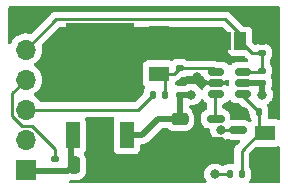
<source format=gbr>
%TF.GenerationSoftware,KiCad,Pcbnew,6.0.11+dfsg-1~bpo11+1*%
%TF.CreationDate,2023-05-03T19:13:37+00:00*%
%TF.ProjectId,huibike,68756962-696b-4652-9e6b-696361645f70,rev?*%
%TF.SameCoordinates,Original*%
%TF.FileFunction,Copper,L1,Top*%
%TF.FilePolarity,Positive*%
%FSLAX46Y46*%
G04 Gerber Fmt 4.6, Leading zero omitted, Abs format (unit mm)*
G04 Created by KiCad (PCBNEW 6.0.11+dfsg-1~bpo11+1) date 2023-05-03 19:13:37*
%MOMM*%
%LPD*%
G01*
G04 APERTURE LIST*
G04 Aperture macros list*
%AMRoundRect*
0 Rectangle with rounded corners*
0 $1 Rounding radius*
0 $2 $3 $4 $5 $6 $7 $8 $9 X,Y pos of 4 corners*
0 Add a 4 corners polygon primitive as box body*
4,1,4,$2,$3,$4,$5,$6,$7,$8,$9,$2,$3,0*
0 Add four circle primitives for the rounded corners*
1,1,$1+$1,$2,$3*
1,1,$1+$1,$4,$5*
1,1,$1+$1,$6,$7*
1,1,$1+$1,$8,$9*
0 Add four rect primitives between the rounded corners*
20,1,$1+$1,$2,$3,$4,$5,0*
20,1,$1+$1,$4,$5,$6,$7,0*
20,1,$1+$1,$6,$7,$8,$9,0*
20,1,$1+$1,$8,$9,$2,$3,0*%
G04 Aperture macros list end*
%TA.AperFunction,SMDPad,CuDef*%
%ADD10RoundRect,0.140000X0.170000X-0.140000X0.170000X0.140000X-0.170000X0.140000X-0.170000X-0.140000X0*%
%TD*%
%TA.AperFunction,SMDPad,CuDef*%
%ADD11RoundRect,0.150000X-0.587500X-0.150000X0.587500X-0.150000X0.587500X0.150000X-0.587500X0.150000X0*%
%TD*%
%TA.AperFunction,SMDPad,CuDef*%
%ADD12R,1.000000X1.500000*%
%TD*%
%TA.AperFunction,SMDPad,CuDef*%
%ADD13RoundRect,0.250000X-0.250000X-0.475000X0.250000X-0.475000X0.250000X0.475000X-0.250000X0.475000X0*%
%TD*%
%TA.AperFunction,SMDPad,CuDef*%
%ADD14RoundRect,0.135000X-0.135000X-0.185000X0.135000X-0.185000X0.135000X0.185000X-0.135000X0.185000X0*%
%TD*%
%TA.AperFunction,ComponentPad*%
%ADD15R,1.700000X1.700000*%
%TD*%
%TA.AperFunction,ComponentPad*%
%ADD16O,1.700000X1.700000*%
%TD*%
%TA.AperFunction,SMDPad,CuDef*%
%ADD17RoundRect,0.135000X0.185000X-0.135000X0.185000X0.135000X-0.185000X0.135000X-0.185000X-0.135000X0*%
%TD*%
%TA.AperFunction,SMDPad,CuDef*%
%ADD18R,1.700000X1.300000*%
%TD*%
%TA.AperFunction,SMDPad,CuDef*%
%ADD19R,1.200000X2.200000*%
%TD*%
%TA.AperFunction,SMDPad,CuDef*%
%ADD20R,5.800000X6.400000*%
%TD*%
%TA.AperFunction,SMDPad,CuDef*%
%ADD21RoundRect,0.150000X-0.512500X-0.150000X0.512500X-0.150000X0.512500X0.150000X-0.512500X0.150000X0*%
%TD*%
%TA.AperFunction,SMDPad,CuDef*%
%ADD22RoundRect,0.250000X-0.475000X0.250000X-0.475000X-0.250000X0.475000X-0.250000X0.475000X0.250000X0*%
%TD*%
%TA.AperFunction,ViaPad*%
%ADD23C,0.800000*%
%TD*%
%TA.AperFunction,Conductor*%
%ADD24C,0.500000*%
%TD*%
%TA.AperFunction,Conductor*%
%ADD25C,0.250000*%
%TD*%
G04 APERTURE END LIST*
D10*
%TO.P,C104,1*%
%TO.N,/~{RST}*%
X104000000Y-54480000D03*
%TO.P,C104,2*%
%TO.N,GND*%
X104000000Y-53520000D03*
%TD*%
D11*
%TO.P,Q101,1,B*%
%TO.N,/TACHO_OUT*%
X100062500Y-60050000D03*
%TO.P,Q101,2,E*%
%TO.N,GND*%
X100062500Y-61950000D03*
%TO.P,Q101,3,C*%
%TO.N,Net-(J101-Pad4)*%
X101937500Y-61000000D03*
%TD*%
D12*
%TO.P,JP101,1,A*%
%TO.N,GND*%
X100850000Y-53500000D03*
%TO.P,JP101,2,B*%
%TO.N,/~{RST}*%
X102150000Y-53500000D03*
%TD*%
D13*
%TO.P,C101,1*%
%TO.N,+36V*%
X88050000Y-64000000D03*
%TO.P,C101,2*%
%TO.N,GND*%
X89950000Y-64000000D03*
%TD*%
D14*
%TO.P,R105,1*%
%TO.N,Net-(J101-Pad3)*%
X94740000Y-58000000D03*
%TO.P,R105,2*%
%TO.N,/TACHO_IN*%
X95760000Y-58000000D03*
%TD*%
D15*
%TO.P,J101,1,Pin_1*%
%TO.N,+36V*%
X84000000Y-64350000D03*
D16*
%TO.P,J101,2,Pin_2*%
%TO.N,Net-(J101-Pad2)*%
X84000000Y-61810000D03*
%TO.P,J101,3,Pin_3*%
%TO.N,Net-(J101-Pad3)*%
X84000000Y-59270000D03*
%TO.P,J101,4,Pin_4*%
%TO.N,Net-(J101-Pad4)*%
X84000000Y-56730000D03*
%TO.P,J101,5,Pin_5*%
%TO.N,/~{RST}*%
X84000000Y-54190000D03*
%TO.P,J101,6,Pin_6*%
%TO.N,GND*%
X84000000Y-51650000D03*
%TD*%
D17*
%TO.P,R101,1*%
%TO.N,+5V*%
X104000000Y-57000000D03*
%TO.P,R101,2*%
%TO.N,/~{RST}*%
X104000000Y-55980000D03*
%TD*%
D14*
%TO.P,R102,1*%
%TO.N,/CTRL*%
X103740000Y-59500000D03*
%TO.P,R102,2*%
%TO.N,GND*%
X104760000Y-59500000D03*
%TD*%
D18*
%TO.P,D101,1,K*%
%TO.N,/CTRL*%
X104250000Y-61250000D03*
%TO.P,D101,2,A*%
%TO.N,GND*%
X104250000Y-64750000D03*
%TD*%
%TO.P,D102,1,K*%
%TO.N,/TACHO_IN*%
X95250000Y-56250000D03*
%TO.P,D102,2,A*%
%TO.N,GND*%
X95250000Y-52750000D03*
%TD*%
D10*
%TO.P,C102,1*%
%TO.N,+5V*%
X97000000Y-58000000D03*
%TO.P,C102,2*%
%TO.N,GND*%
X97000000Y-57040000D03*
%TD*%
D17*
%TO.P,R104,1*%
%TO.N,/TACHO_IN*%
X97000000Y-55760000D03*
%TO.P,R104,2*%
%TO.N,GND*%
X97000000Y-54740000D03*
%TD*%
D19*
%TO.P,U102,1,VI*%
%TO.N,+36V*%
X87970000Y-61450000D03*
D20*
%TO.P,U102,2,GND*%
%TO.N,GND*%
X90250000Y-55150000D03*
D19*
%TO.P,U102,3,VO*%
%TO.N,+5V*%
X92530000Y-61450000D03*
%TD*%
D17*
%TO.P,R106,1*%
%TO.N,+36V*%
X86500000Y-64510000D03*
%TO.P,R106,2*%
%TO.N,Net-(J101-Pad4)*%
X86500000Y-63490000D03*
%TD*%
D21*
%TO.P,U101,1,PB0*%
%TO.N,/TACHO_IN*%
X100112500Y-56050000D03*
%TO.P,U101,2,GND*%
%TO.N,GND*%
X100112500Y-57000000D03*
%TO.P,U101,3,PB1*%
%TO.N,/TACHO_OUT*%
X100112500Y-57950000D03*
%TO.P,U101,4,PB2*%
%TO.N,/CTRL*%
X102387500Y-57950000D03*
%TO.P,U101,5,VCC*%
%TO.N,+5V*%
X102387500Y-57000000D03*
%TO.P,U101,6,~{RESET}/PB3*%
%TO.N,/~{RST}*%
X102387500Y-56050000D03*
%TD*%
D14*
%TO.P,R103,1*%
%TO.N,Net-(J101-Pad2)*%
X101240000Y-64750000D03*
%TO.P,R103,2*%
%TO.N,/CTRL*%
X102260000Y-64750000D03*
%TD*%
D22*
%TO.P,C103,1*%
%TO.N,+5V*%
X97000000Y-60050000D03*
%TO.P,C103,2*%
%TO.N,GND*%
X97000000Y-61950000D03*
%TD*%
D23*
%TO.N,GND*%
X97250000Y-53000000D03*
X98500000Y-59500000D03*
X98000000Y-64000000D03*
X102500000Y-59500000D03*
X104750000Y-63500000D03*
X98500000Y-56500000D03*
%TO.N,+5V*%
X98000000Y-58000000D03*
X104000000Y-58000000D03*
%TO.N,Net-(J101-Pad2)*%
X100000000Y-64750000D03*
%TO.N,Net-(J101-Pad4)*%
X100500000Y-61000000D03*
%TD*%
D24*
%TO.N,+36V*%
X86500000Y-64510000D02*
X84160000Y-64510000D01*
X87850000Y-61300000D02*
X87850000Y-63800000D01*
X86500000Y-64510000D02*
X87540000Y-64510000D01*
X87540000Y-64510000D02*
X88050000Y-64000000D01*
X87850000Y-63800000D02*
X88050000Y-64000000D01*
X84160000Y-64510000D02*
X84000000Y-64350000D01*
%TO.N,+5V*%
X97000000Y-60050000D02*
X97000000Y-58000000D01*
X97000000Y-60050000D02*
X95200000Y-60050000D01*
X92530000Y-61450000D02*
X93800000Y-61450000D01*
X93800000Y-61450000D02*
X95200000Y-60050000D01*
X97000000Y-58000000D02*
X98000000Y-58000000D01*
X104000000Y-58000000D02*
X104000000Y-57000000D01*
X104000000Y-57000000D02*
X102275000Y-57000000D01*
D25*
%TO.N,/~{RST}*%
X104000000Y-54480000D02*
X104000000Y-55980000D01*
X104000000Y-54480000D02*
X103130000Y-54480000D01*
X86565000Y-51625000D02*
X100875000Y-51625000D01*
X84000000Y-54190000D02*
X86565000Y-51625000D01*
X102150000Y-52900000D02*
X102150000Y-53500000D01*
X103930000Y-56050000D02*
X104000000Y-55980000D01*
X100875000Y-51625000D02*
X102150000Y-52900000D01*
X103130000Y-54480000D02*
X102150000Y-53500000D01*
X102275000Y-56050000D02*
X103930000Y-56050000D01*
%TO.N,/TACHO_IN*%
X95760000Y-58000000D02*
X95760000Y-56760000D01*
X99822500Y-55760000D02*
X100112500Y-56050000D01*
X96510000Y-56250000D02*
X97000000Y-55760000D01*
X97000000Y-55760000D02*
X99822500Y-55760000D01*
X95250000Y-56250000D02*
X96510000Y-56250000D01*
X95760000Y-56760000D02*
X95250000Y-56250000D01*
%TO.N,Net-(J101-Pad2)*%
X100000000Y-64750000D02*
X101240000Y-64750000D01*
%TO.N,/TACHO_OUT*%
X100000000Y-59987500D02*
X100062500Y-60050000D01*
X100000000Y-57950000D02*
X100000000Y-59987500D01*
%TO.N,/CTRL*%
X103750000Y-61250000D02*
X104250000Y-61250000D01*
X102275000Y-58035000D02*
X103740000Y-59500000D01*
X103740000Y-60740000D02*
X104250000Y-61250000D01*
X102250000Y-64740000D02*
X102250000Y-62750000D01*
X102250000Y-62750000D02*
X103750000Y-61250000D01*
X103740000Y-59500000D02*
X103740000Y-60740000D01*
X102260000Y-64750000D02*
X102250000Y-64740000D01*
%TO.N,Net-(J101-Pad3)*%
X93470000Y-59270000D02*
X94740000Y-58000000D01*
X84000000Y-59270000D02*
X93470000Y-59270000D01*
%TO.N,Net-(J101-Pad4)*%
X86500000Y-62648299D02*
X86500000Y-63490000D01*
X82825000Y-57905000D02*
X82825000Y-59825000D01*
X83635000Y-60635000D02*
X84486701Y-60635000D01*
X100500000Y-61000000D02*
X101937500Y-61000000D01*
X82825000Y-59825000D02*
X83635000Y-60635000D01*
X84486701Y-60635000D02*
X86500000Y-62648299D01*
X84000000Y-56730000D02*
X82825000Y-57905000D01*
%TD*%
%TA.AperFunction,Conductor*%
%TO.N,GND*%
G36*
X105454446Y-62388888D02*
G01*
X105488576Y-62451143D01*
X105491500Y-62478132D01*
X105491500Y-65365500D01*
X105471498Y-65433621D01*
X105417842Y-65480114D01*
X105365500Y-65491500D01*
X103034400Y-65491500D01*
X102966279Y-65471498D01*
X102919786Y-65417842D01*
X102909682Y-65347568D01*
X102925946Y-65301361D01*
X102986234Y-65199419D01*
X102986234Y-65199418D01*
X102990269Y-65192596D01*
X102998957Y-65162694D01*
X103024876Y-65073478D01*
X103035629Y-65036466D01*
X103038500Y-64999989D01*
X103038499Y-64500012D01*
X103035629Y-64463534D01*
X102990269Y-64307404D01*
X102934472Y-64213056D01*
X102911541Y-64174281D01*
X102911539Y-64174278D01*
X102907506Y-64167459D01*
X102907965Y-64167187D01*
X102883994Y-64106134D01*
X102883500Y-64094992D01*
X102883500Y-63064594D01*
X102903502Y-62996473D01*
X102920405Y-62975499D01*
X103450499Y-62445405D01*
X103512811Y-62411379D01*
X103539594Y-62408500D01*
X105148134Y-62408500D01*
X105210316Y-62401745D01*
X105321271Y-62360150D01*
X105392077Y-62354967D01*
X105454446Y-62388888D01*
G37*
%TD.AperFunction*%
%TA.AperFunction,Conductor*%
G36*
X98993271Y-58384465D02*
G01*
X99023835Y-58419367D01*
X99075547Y-58506807D01*
X99193193Y-58624453D01*
X99200017Y-58628489D01*
X99200020Y-58628491D01*
X99304639Y-58690362D01*
X99353092Y-58742254D01*
X99366500Y-58798815D01*
X99366500Y-59151190D01*
X99346498Y-59219311D01*
X99292842Y-59265804D01*
X99275654Y-59272187D01*
X99247354Y-59280409D01*
X99211399Y-59290855D01*
X99194008Y-59301140D01*
X99075020Y-59371509D01*
X99075017Y-59371511D01*
X99068193Y-59375547D01*
X98950547Y-59493193D01*
X98946511Y-59500017D01*
X98946509Y-59500020D01*
X98898912Y-59580502D01*
X98865855Y-59636399D01*
X98863644Y-59644010D01*
X98863643Y-59644012D01*
X98856210Y-59669597D01*
X98819438Y-59796169D01*
X98818934Y-59802574D01*
X98818933Y-59802579D01*
X98816693Y-59831042D01*
X98816500Y-59833498D01*
X98816500Y-60266502D01*
X98819438Y-60303831D01*
X98865855Y-60463601D01*
X98869892Y-60470427D01*
X98946509Y-60599980D01*
X98946511Y-60599983D01*
X98950547Y-60606807D01*
X99068193Y-60724453D01*
X99075017Y-60728489D01*
X99075020Y-60728491D01*
X99182589Y-60792107D01*
X99211399Y-60809145D01*
X99219010Y-60811356D01*
X99219012Y-60811357D01*
X99271231Y-60826528D01*
X99371169Y-60855562D01*
X99377574Y-60856066D01*
X99377579Y-60856067D01*
X99406042Y-60858307D01*
X99406050Y-60858307D01*
X99408498Y-60858500D01*
X99461431Y-60858500D01*
X99529552Y-60878502D01*
X99576045Y-60932158D01*
X99584970Y-60986830D01*
X99587186Y-60986830D01*
X99587186Y-60993435D01*
X99586496Y-61000000D01*
X99587186Y-61006565D01*
X99592645Y-61058500D01*
X99606458Y-61189928D01*
X99665473Y-61371556D01*
X99760960Y-61536944D01*
X99765378Y-61541851D01*
X99765379Y-61541852D01*
X99884325Y-61673955D01*
X99888747Y-61678866D01*
X99960811Y-61731224D01*
X100023397Y-61776695D01*
X100043248Y-61791118D01*
X100049276Y-61793802D01*
X100049278Y-61793803D01*
X100084995Y-61809705D01*
X100217712Y-61868794D01*
X100311112Y-61888647D01*
X100398056Y-61907128D01*
X100398061Y-61907128D01*
X100404513Y-61908500D01*
X100595487Y-61908500D01*
X100601939Y-61907128D01*
X100601944Y-61907128D01*
X100688888Y-61888647D01*
X100782288Y-61868794D01*
X100915005Y-61809705D01*
X100950724Y-61793802D01*
X100950725Y-61793801D01*
X100956752Y-61791118D01*
X100962094Y-61787237D01*
X100962096Y-61787236D01*
X100975517Y-61777485D01*
X101042384Y-61753626D01*
X101085764Y-61761331D01*
X101086399Y-61759145D01*
X101246169Y-61805562D01*
X101252574Y-61806066D01*
X101252579Y-61806067D01*
X101281042Y-61808307D01*
X101281050Y-61808307D01*
X101283498Y-61808500D01*
X101991405Y-61808500D01*
X102059526Y-61828502D01*
X102106019Y-61882158D01*
X102116123Y-61952432D01*
X102086629Y-62017012D01*
X102080500Y-62023595D01*
X101857747Y-62246348D01*
X101849461Y-62253888D01*
X101842982Y-62258000D01*
X101837557Y-62263777D01*
X101796357Y-62307651D01*
X101793602Y-62310493D01*
X101773865Y-62330230D01*
X101771385Y-62333427D01*
X101763682Y-62342447D01*
X101733414Y-62374679D01*
X101729595Y-62381625D01*
X101729593Y-62381628D01*
X101723652Y-62392434D01*
X101712801Y-62408953D01*
X101700386Y-62424959D01*
X101697241Y-62432228D01*
X101697238Y-62432232D01*
X101682826Y-62465537D01*
X101677609Y-62476187D01*
X101656305Y-62514940D01*
X101654334Y-62522615D01*
X101654334Y-62522616D01*
X101651267Y-62534562D01*
X101644863Y-62553266D01*
X101636819Y-62571855D01*
X101635580Y-62579678D01*
X101635577Y-62579688D01*
X101629901Y-62615524D01*
X101627495Y-62627144D01*
X101618979Y-62660316D01*
X101616500Y-62669970D01*
X101616500Y-62690224D01*
X101614949Y-62709934D01*
X101611780Y-62729943D01*
X101612526Y-62737835D01*
X101615941Y-62773961D01*
X101616500Y-62785819D01*
X101616500Y-63799516D01*
X101596498Y-63867637D01*
X101542842Y-63914130D01*
X101476623Y-63922378D01*
X101476466Y-63924371D01*
X101442444Y-63921693D01*
X101442438Y-63921693D01*
X101439989Y-63921500D01*
X101240122Y-63921500D01*
X101040012Y-63921501D01*
X101003534Y-63924371D01*
X100906730Y-63952495D01*
X100855017Y-63967519D01*
X100855015Y-63967520D01*
X100847404Y-63969731D01*
X100840582Y-63973766D01*
X100840581Y-63973766D01*
X100711520Y-64050092D01*
X100642704Y-64067551D01*
X100573320Y-64043574D01*
X100462094Y-63962763D01*
X100462093Y-63962762D01*
X100456752Y-63958882D01*
X100450724Y-63956198D01*
X100450722Y-63956197D01*
X100288319Y-63883891D01*
X100288318Y-63883891D01*
X100282288Y-63881206D01*
X100188887Y-63861353D01*
X100101944Y-63842872D01*
X100101939Y-63842872D01*
X100095487Y-63841500D01*
X99904513Y-63841500D01*
X99898061Y-63842872D01*
X99898056Y-63842872D01*
X99811113Y-63861353D01*
X99717712Y-63881206D01*
X99711682Y-63883891D01*
X99711681Y-63883891D01*
X99549278Y-63956197D01*
X99549276Y-63956198D01*
X99543248Y-63958882D01*
X99537907Y-63962762D01*
X99537906Y-63962763D01*
X99522762Y-63973766D01*
X99388747Y-64071134D01*
X99384326Y-64076044D01*
X99384325Y-64076045D01*
X99302261Y-64167187D01*
X99260960Y-64213056D01*
X99165473Y-64378444D01*
X99106458Y-64560072D01*
X99086496Y-64750000D01*
X99106458Y-64939928D01*
X99165473Y-65121556D01*
X99168776Y-65127278D01*
X99168777Y-65127279D01*
X99202093Y-65184983D01*
X99260960Y-65286944D01*
X99265126Y-65291571D01*
X99288938Y-65358307D01*
X99272857Y-65427459D01*
X99221943Y-65476939D01*
X99163143Y-65491500D01*
X87775536Y-65491500D01*
X87707415Y-65471498D01*
X87660922Y-65417842D01*
X87650818Y-65347568D01*
X87680312Y-65282988D01*
X87732543Y-65247062D01*
X87749072Y-65241062D01*
X87792065Y-65233500D01*
X88350400Y-65233500D01*
X88353646Y-65233163D01*
X88353650Y-65233163D01*
X88449308Y-65223238D01*
X88449312Y-65223237D01*
X88456166Y-65222526D01*
X88462702Y-65220345D01*
X88462704Y-65220345D01*
X88616998Y-65168868D01*
X88623946Y-65166550D01*
X88774348Y-65073478D01*
X88899305Y-64948303D01*
X88903146Y-64942072D01*
X88988275Y-64803968D01*
X88988276Y-64803966D01*
X88992115Y-64797738D01*
X89047797Y-64629861D01*
X89058500Y-64525400D01*
X89058500Y-63474600D01*
X89055789Y-63448469D01*
X89048238Y-63375692D01*
X89048237Y-63375688D01*
X89047526Y-63368834D01*
X89021229Y-63290011D01*
X88993868Y-63208002D01*
X88991550Y-63201054D01*
X88956194Y-63143919D01*
X88911071Y-63071001D01*
X88892233Y-63002549D01*
X88913394Y-62934779D01*
X88927499Y-62917579D01*
X88933261Y-62913261D01*
X89020615Y-62796705D01*
X89071745Y-62660316D01*
X89078500Y-62598134D01*
X89078500Y-60301866D01*
X89071745Y-60239684D01*
X89031384Y-60132022D01*
X89023765Y-60111697D01*
X89023764Y-60111696D01*
X89020615Y-60103295D01*
X89015233Y-60096114D01*
X89011891Y-60090010D01*
X88996721Y-60020653D01*
X89021457Y-59954105D01*
X89078244Y-59911494D01*
X89122410Y-59903500D01*
X91377590Y-59903500D01*
X91445711Y-59923502D01*
X91492204Y-59977158D01*
X91502308Y-60047432D01*
X91488109Y-60090010D01*
X91484767Y-60096114D01*
X91479385Y-60103295D01*
X91476236Y-60111696D01*
X91476235Y-60111697D01*
X91468616Y-60132022D01*
X91428255Y-60239684D01*
X91421500Y-60301866D01*
X91421500Y-62598134D01*
X91428255Y-62660316D01*
X91479385Y-62796705D01*
X91566739Y-62913261D01*
X91683295Y-63000615D01*
X91819684Y-63051745D01*
X91881866Y-63058500D01*
X93178134Y-63058500D01*
X93240316Y-63051745D01*
X93376705Y-63000615D01*
X93493261Y-62913261D01*
X93580615Y-62796705D01*
X93631745Y-62660316D01*
X93638500Y-62598134D01*
X93638500Y-62338119D01*
X93658502Y-62269998D01*
X93712158Y-62223505D01*
X93767968Y-62212380D01*
X93773349Y-62213199D01*
X93780640Y-62212606D01*
X93780642Y-62212606D01*
X93826018Y-62208915D01*
X93836233Y-62208500D01*
X93844293Y-62208500D01*
X93857583Y-62206951D01*
X93872507Y-62205211D01*
X93876882Y-62204778D01*
X93942339Y-62199454D01*
X93942342Y-62199453D01*
X93949637Y-62198860D01*
X93956601Y-62196604D01*
X93962560Y-62195413D01*
X93968415Y-62194029D01*
X93975681Y-62193182D01*
X94044327Y-62168265D01*
X94048455Y-62166848D01*
X94110936Y-62146607D01*
X94110938Y-62146606D01*
X94117899Y-62144351D01*
X94124154Y-62140555D01*
X94129628Y-62138049D01*
X94135058Y-62135330D01*
X94141937Y-62132833D01*
X94202976Y-62092814D01*
X94206680Y-62090477D01*
X94269107Y-62052595D01*
X94277484Y-62045197D01*
X94277508Y-62045224D01*
X94280500Y-62042571D01*
X94283733Y-62039868D01*
X94289852Y-62035856D01*
X94343128Y-61979617D01*
X94345506Y-61977175D01*
X95477276Y-60845405D01*
X95539588Y-60811379D01*
X95566371Y-60808500D01*
X95908607Y-60808500D01*
X95976728Y-60828502D01*
X95997625Y-60845327D01*
X96051697Y-60899305D01*
X96057927Y-60903145D01*
X96057928Y-60903146D01*
X96195090Y-60987694D01*
X96202262Y-60992115D01*
X96226035Y-61000000D01*
X96363611Y-61045632D01*
X96363613Y-61045632D01*
X96370139Y-61047797D01*
X96376975Y-61048497D01*
X96376978Y-61048498D01*
X96420031Y-61052909D01*
X96474600Y-61058500D01*
X97525400Y-61058500D01*
X97528646Y-61058163D01*
X97528650Y-61058163D01*
X97624308Y-61048238D01*
X97624312Y-61048237D01*
X97631166Y-61047526D01*
X97637702Y-61045345D01*
X97637704Y-61045345D01*
X97773618Y-61000000D01*
X97798946Y-60991550D01*
X97949348Y-60898478D01*
X98074305Y-60773303D01*
X98114192Y-60708595D01*
X98163275Y-60628968D01*
X98163276Y-60628966D01*
X98167115Y-60622738D01*
X98222797Y-60454861D01*
X98233500Y-60350400D01*
X98233500Y-59749600D01*
X98231401Y-59729366D01*
X98223238Y-59650692D01*
X98223237Y-59650688D01*
X98222526Y-59643834D01*
X98220046Y-59636399D01*
X98168868Y-59483002D01*
X98166550Y-59476054D01*
X98073478Y-59325652D01*
X98057111Y-59309313D01*
X97953483Y-59205866D01*
X97948303Y-59200695D01*
X97852693Y-59141760D01*
X97805200Y-59088988D01*
X97793776Y-59018916D01*
X97822050Y-58953792D01*
X97881044Y-58914293D01*
X97918809Y-58908500D01*
X98095487Y-58908500D01*
X98101939Y-58907128D01*
X98101944Y-58907128D01*
X98188887Y-58888647D01*
X98282288Y-58868794D01*
X98346925Y-58840016D01*
X98450722Y-58793803D01*
X98450724Y-58793802D01*
X98456752Y-58791118D01*
X98471685Y-58780269D01*
X98567249Y-58710837D01*
X98611253Y-58678866D01*
X98615675Y-58673955D01*
X98734621Y-58541852D01*
X98734622Y-58541851D01*
X98739040Y-58536944D01*
X98806265Y-58420507D01*
X98857646Y-58371515D01*
X98927360Y-58358079D01*
X98993271Y-58384465D01*
G37*
%TD.AperFunction*%
%TA.AperFunction,Conductor*%
G36*
X101340609Y-58493582D02*
G01*
X101347276Y-58501276D01*
X101350547Y-58506807D01*
X101468193Y-58624453D01*
X101475017Y-58628489D01*
X101475020Y-58628491D01*
X101488563Y-58636500D01*
X101611399Y-58709145D01*
X101619010Y-58711356D01*
X101619012Y-58711357D01*
X101671231Y-58726528D01*
X101771169Y-58755562D01*
X101777574Y-58756066D01*
X101777579Y-58756067D01*
X101806042Y-58758307D01*
X101806050Y-58758307D01*
X101808498Y-58758500D01*
X102050405Y-58758500D01*
X102118526Y-58778502D01*
X102139501Y-58795405D01*
X102924597Y-59580502D01*
X102958622Y-59642814D01*
X102961501Y-59669597D01*
X102961501Y-59749988D01*
X102964371Y-59786466D01*
X102984578Y-59856018D01*
X103002155Y-59916518D01*
X103009731Y-59942596D01*
X103013766Y-59949419D01*
X103013767Y-59949421D01*
X103081059Y-60063205D01*
X103098519Y-60132022D01*
X103076002Y-60199353D01*
X103048172Y-60228170D01*
X103043921Y-60231356D01*
X103043919Y-60231358D01*
X103036739Y-60236739D01*
X103026136Y-60250887D01*
X102969277Y-60293400D01*
X102898458Y-60298425D01*
X102861175Y-60283775D01*
X102788601Y-60240855D01*
X102780990Y-60238644D01*
X102780988Y-60238643D01*
X102718734Y-60220557D01*
X102628831Y-60194438D01*
X102622426Y-60193934D01*
X102622421Y-60193933D01*
X102593958Y-60191693D01*
X102593950Y-60191693D01*
X102591502Y-60191500D01*
X101434500Y-60191500D01*
X101366379Y-60171498D01*
X101319886Y-60117842D01*
X101308500Y-60065500D01*
X101308500Y-59833498D01*
X101308307Y-59831042D01*
X101306067Y-59802579D01*
X101306066Y-59802574D01*
X101305562Y-59796169D01*
X101268790Y-59669597D01*
X101261357Y-59644012D01*
X101261356Y-59644010D01*
X101259145Y-59636399D01*
X101226088Y-59580502D01*
X101178491Y-59500020D01*
X101178489Y-59500017D01*
X101174453Y-59493193D01*
X101056807Y-59375547D01*
X101049983Y-59371511D01*
X101049980Y-59371509D01*
X100930992Y-59301140D01*
X100913601Y-59290855D01*
X100905990Y-59288644D01*
X100905988Y-59288643D01*
X100827374Y-59265804D01*
X100753831Y-59244438D01*
X100747419Y-59243933D01*
X100741078Y-59242775D01*
X100741406Y-59240978D01*
X100683270Y-59218818D01*
X100641132Y-59161679D01*
X100633500Y-59118494D01*
X100633500Y-58877378D01*
X100653502Y-58809257D01*
X100707158Y-58762764D01*
X100728935Y-58755920D01*
X100728831Y-58755562D01*
X100880988Y-58711357D01*
X100880990Y-58711356D01*
X100888601Y-58709145D01*
X101011437Y-58636500D01*
X101024980Y-58628491D01*
X101024983Y-58628489D01*
X101031807Y-58624453D01*
X101149453Y-58506807D01*
X101151706Y-58502998D01*
X101207996Y-58462345D01*
X101278888Y-58458494D01*
X101340609Y-58493582D01*
G37*
%TD.AperFunction*%
%TA.AperFunction,Conductor*%
G36*
X105433621Y-50528502D02*
G01*
X105480114Y-50582158D01*
X105491500Y-50634500D01*
X105491500Y-60021868D01*
X105471498Y-60089989D01*
X105417842Y-60136482D01*
X105347568Y-60146586D01*
X105321270Y-60139850D01*
X105223760Y-60103295D01*
X105210316Y-60098255D01*
X105148134Y-60091500D01*
X104594825Y-60091500D01*
X104526704Y-60071498D01*
X104480211Y-60017842D01*
X104470107Y-59947568D01*
X104473828Y-59930347D01*
X104504466Y-59824890D01*
X104515629Y-59786466D01*
X104516135Y-59780047D01*
X104518307Y-59752444D01*
X104518307Y-59752438D01*
X104518500Y-59749989D01*
X104518499Y-59250012D01*
X104515629Y-59213534D01*
X104470269Y-59057404D01*
X104413895Y-58962080D01*
X104396436Y-58893264D01*
X104418953Y-58825932D01*
X104456791Y-58791171D01*
X104456752Y-58791118D01*
X104611253Y-58678866D01*
X104615675Y-58673955D01*
X104734621Y-58541852D01*
X104734622Y-58541851D01*
X104739040Y-58536944D01*
X104798211Y-58434457D01*
X104831223Y-58377279D01*
X104831224Y-58377278D01*
X104834527Y-58371556D01*
X104893542Y-58189928D01*
X104899620Y-58132104D01*
X104912814Y-58006565D01*
X104913504Y-58000000D01*
X104902839Y-57898526D01*
X104894232Y-57816635D01*
X104894232Y-57816633D01*
X104893542Y-57810072D01*
X104834527Y-57628444D01*
X104775635Y-57526441D01*
X104758898Y-57457448D01*
X104773975Y-57407080D01*
X104773085Y-57406695D01*
X104776233Y-57399420D01*
X104780269Y-57392596D01*
X104825629Y-57236466D01*
X104826386Y-57226857D01*
X104828307Y-57202444D01*
X104828307Y-57202438D01*
X104828500Y-57199989D01*
X104828499Y-56800012D01*
X104825629Y-56763534D01*
X104780269Y-56607404D01*
X104776233Y-56600579D01*
X104776231Y-56600575D01*
X104748769Y-56554139D01*
X104731309Y-56485323D01*
X104748769Y-56425861D01*
X104776231Y-56379425D01*
X104776233Y-56379421D01*
X104780269Y-56372596D01*
X104825629Y-56216466D01*
X104828500Y-56179989D01*
X104828499Y-55780012D01*
X104825629Y-55743534D01*
X104794503Y-55636399D01*
X104782481Y-55595017D01*
X104782480Y-55595015D01*
X104780269Y-55587404D01*
X104750265Y-55536669D01*
X104701540Y-55454280D01*
X104697506Y-55447459D01*
X104670405Y-55420358D01*
X104636379Y-55358046D01*
X104633500Y-55331263D01*
X104633500Y-55125807D01*
X104653502Y-55057686D01*
X104670405Y-55036712D01*
X104686488Y-55020629D01*
X104703917Y-54991158D01*
X104765859Y-54886420D01*
X104765859Y-54886419D01*
X104769894Y-54879597D01*
X104815606Y-54722254D01*
X104816962Y-54705035D01*
X104818307Y-54687940D01*
X104818307Y-54687932D01*
X104818500Y-54685484D01*
X104818500Y-54274516D01*
X104818307Y-54272060D01*
X104816111Y-54244156D01*
X104816110Y-54244151D01*
X104815606Y-54237746D01*
X104769894Y-54080403D01*
X104706094Y-53972522D01*
X104690522Y-53946192D01*
X104686488Y-53939371D01*
X104570629Y-53823512D01*
X104524178Y-53796041D01*
X104436420Y-53744141D01*
X104436419Y-53744141D01*
X104429597Y-53740106D01*
X104421986Y-53737895D01*
X104421984Y-53737894D01*
X104333319Y-53712135D01*
X104272254Y-53694394D01*
X104265849Y-53693890D01*
X104265844Y-53693889D01*
X104237940Y-53691693D01*
X104237932Y-53691693D01*
X104235484Y-53691500D01*
X103764516Y-53691500D01*
X103762068Y-53691693D01*
X103762060Y-53691693D01*
X103734156Y-53693889D01*
X103734151Y-53693890D01*
X103727746Y-53694394D01*
X103666681Y-53712135D01*
X103578016Y-53737894D01*
X103578014Y-53737895D01*
X103570403Y-53740106D01*
X103563581Y-53744141D01*
X103563580Y-53744141D01*
X103475821Y-53796041D01*
X103407004Y-53813500D01*
X103339673Y-53790983D01*
X103322587Y-53776682D01*
X103195405Y-53649500D01*
X103161379Y-53587188D01*
X103158500Y-53560405D01*
X103158500Y-52701866D01*
X103151745Y-52639684D01*
X103100615Y-52503295D01*
X103013261Y-52386739D01*
X102896705Y-52299385D01*
X102760316Y-52248255D01*
X102698134Y-52241500D01*
X102439595Y-52241500D01*
X102371474Y-52221498D01*
X102350500Y-52204595D01*
X101378652Y-51232747D01*
X101371112Y-51224461D01*
X101367000Y-51217982D01*
X101317348Y-51171356D01*
X101314507Y-51168602D01*
X101294770Y-51148865D01*
X101291573Y-51146385D01*
X101282551Y-51138680D01*
X101269122Y-51126069D01*
X101250321Y-51108414D01*
X101243375Y-51104595D01*
X101243372Y-51104593D01*
X101232566Y-51098652D01*
X101216047Y-51087801D01*
X101215583Y-51087441D01*
X101200041Y-51075386D01*
X101192772Y-51072241D01*
X101192768Y-51072238D01*
X101159463Y-51057826D01*
X101148813Y-51052609D01*
X101110060Y-51031305D01*
X101090437Y-51026267D01*
X101071734Y-51019863D01*
X101060420Y-51014967D01*
X101060419Y-51014967D01*
X101053145Y-51011819D01*
X101045322Y-51010580D01*
X101045312Y-51010577D01*
X101009476Y-51004901D01*
X100997856Y-51002495D01*
X100962711Y-50993472D01*
X100962710Y-50993472D01*
X100955030Y-50991500D01*
X100934776Y-50991500D01*
X100915065Y-50989949D01*
X100902886Y-50988020D01*
X100895057Y-50986780D01*
X100865786Y-50989547D01*
X100851039Y-50990941D01*
X100839181Y-50991500D01*
X86643767Y-50991500D01*
X86632584Y-50990973D01*
X86625091Y-50989298D01*
X86617165Y-50989547D01*
X86617164Y-50989547D01*
X86557001Y-50991438D01*
X86553043Y-50991500D01*
X86525144Y-50991500D01*
X86521154Y-50992004D01*
X86509320Y-50992936D01*
X86465111Y-50994326D01*
X86457497Y-50996538D01*
X86457492Y-50996539D01*
X86445659Y-50999977D01*
X86426296Y-51003988D01*
X86406203Y-51006526D01*
X86398836Y-51009443D01*
X86398831Y-51009444D01*
X86365092Y-51022802D01*
X86353865Y-51026646D01*
X86311407Y-51038982D01*
X86304581Y-51043019D01*
X86293972Y-51049293D01*
X86276224Y-51057988D01*
X86257383Y-51065448D01*
X86250967Y-51070110D01*
X86250966Y-51070110D01*
X86221613Y-51091436D01*
X86211693Y-51097952D01*
X86180465Y-51116420D01*
X86180462Y-51116422D01*
X86173638Y-51120458D01*
X86159317Y-51134779D01*
X86144284Y-51147619D01*
X86127893Y-51159528D01*
X86119217Y-51170016D01*
X86099702Y-51193605D01*
X86091712Y-51202384D01*
X84457345Y-52836750D01*
X84395033Y-52870776D01*
X84346154Y-52871702D01*
X84133373Y-52833800D01*
X84133367Y-52833799D01*
X84128284Y-52832894D01*
X84054452Y-52831992D01*
X83910081Y-52830228D01*
X83910079Y-52830228D01*
X83904911Y-52830165D01*
X83684091Y-52863955D01*
X83471756Y-52933357D01*
X83273607Y-53036507D01*
X83269474Y-53039610D01*
X83269471Y-53039612D01*
X83099100Y-53167530D01*
X83094965Y-53170635D01*
X82940629Y-53332138D01*
X82814743Y-53516680D01*
X82812567Y-53521369D01*
X82812563Y-53521375D01*
X82748788Y-53658768D01*
X82701964Y-53712135D01*
X82633720Y-53731716D01*
X82565725Y-53711292D01*
X82519565Y-53657350D01*
X82508500Y-53605718D01*
X82508500Y-50634500D01*
X82528502Y-50566379D01*
X82582158Y-50519886D01*
X82634500Y-50508500D01*
X105365500Y-50508500D01*
X105433621Y-50528502D01*
G37*
%TD.AperFunction*%
%TA.AperFunction,Conductor*%
G36*
X100628527Y-52278502D02*
G01*
X100649501Y-52295405D01*
X101104595Y-52750499D01*
X101138621Y-52812811D01*
X101141500Y-52839594D01*
X101141500Y-54298134D01*
X101148255Y-54360316D01*
X101199385Y-54496705D01*
X101286739Y-54613261D01*
X101403295Y-54700615D01*
X101539684Y-54751745D01*
X101601866Y-54758500D01*
X102460406Y-54758500D01*
X102528527Y-54778502D01*
X102549501Y-54795405D01*
X102626343Y-54872247D01*
X102633887Y-54880537D01*
X102638000Y-54887018D01*
X102643777Y-54892443D01*
X102687667Y-54933658D01*
X102690509Y-54936413D01*
X102710230Y-54956134D01*
X102713425Y-54958612D01*
X102722447Y-54966318D01*
X102754679Y-54996586D01*
X102761628Y-55000406D01*
X102770139Y-55005085D01*
X102820198Y-55055430D01*
X102835092Y-55124846D01*
X102810092Y-55191296D01*
X102753135Y-55233680D01*
X102709439Y-55241500D01*
X101808498Y-55241500D01*
X101806050Y-55241693D01*
X101806042Y-55241693D01*
X101777579Y-55243933D01*
X101777574Y-55243934D01*
X101771169Y-55244438D01*
X101671231Y-55273472D01*
X101619012Y-55288643D01*
X101619010Y-55288644D01*
X101611399Y-55290855D01*
X101604572Y-55294892D01*
X101604573Y-55294892D01*
X101475020Y-55371509D01*
X101475017Y-55371511D01*
X101468193Y-55375547D01*
X101350547Y-55493193D01*
X101348294Y-55497002D01*
X101292004Y-55537655D01*
X101221112Y-55541506D01*
X101159391Y-55506418D01*
X101152724Y-55498724D01*
X101149453Y-55493193D01*
X101031807Y-55375547D01*
X101024983Y-55371511D01*
X101024980Y-55371509D01*
X100895427Y-55294892D01*
X100895428Y-55294892D01*
X100888601Y-55290855D01*
X100880990Y-55288644D01*
X100880988Y-55288643D01*
X100828769Y-55273472D01*
X100728831Y-55244438D01*
X100722426Y-55243934D01*
X100722421Y-55243933D01*
X100693958Y-55241693D01*
X100693950Y-55241693D01*
X100691502Y-55241500D01*
X100230792Y-55241500D01*
X100162671Y-55221498D01*
X100153935Y-55215321D01*
X100153802Y-55215242D01*
X100147541Y-55210386D01*
X100140272Y-55207241D01*
X100140268Y-55207238D01*
X100106963Y-55192826D01*
X100096313Y-55187609D01*
X100057560Y-55166305D01*
X100048342Y-55163938D01*
X100037938Y-55161267D01*
X100019234Y-55154863D01*
X100007920Y-55149967D01*
X100007919Y-55149967D01*
X100000645Y-55146819D01*
X99992822Y-55145580D01*
X99992812Y-55145577D01*
X99956976Y-55139901D01*
X99945356Y-55137495D01*
X99910211Y-55128472D01*
X99910210Y-55128472D01*
X99902530Y-55126500D01*
X99882276Y-55126500D01*
X99862565Y-55124949D01*
X99850386Y-55123020D01*
X99842557Y-55121780D01*
X99799957Y-55125807D01*
X99798539Y-55125941D01*
X99786681Y-55126500D01*
X97640694Y-55126500D01*
X97576555Y-55108954D01*
X97449419Y-55033766D01*
X97449418Y-55033766D01*
X97442596Y-55029731D01*
X97434985Y-55027520D01*
X97434983Y-55027519D01*
X97309827Y-54991158D01*
X97286466Y-54984371D01*
X97280059Y-54983867D01*
X97280055Y-54983866D01*
X97252444Y-54981693D01*
X97252438Y-54981693D01*
X97249989Y-54981500D01*
X97000152Y-54981500D01*
X96750012Y-54981501D01*
X96713534Y-54984371D01*
X96642236Y-55005085D01*
X96565017Y-55027519D01*
X96565015Y-55027520D01*
X96557404Y-55029731D01*
X96550582Y-55033766D01*
X96550581Y-55033766D01*
X96442978Y-55097402D01*
X96417459Y-55112494D01*
X96416375Y-55113578D01*
X96352938Y-55138487D01*
X96297564Y-55130963D01*
X96210316Y-55098255D01*
X96148134Y-55091500D01*
X94351866Y-55091500D01*
X94289684Y-55098255D01*
X94153295Y-55149385D01*
X94036739Y-55236739D01*
X93949385Y-55353295D01*
X93898255Y-55489684D01*
X93891500Y-55551866D01*
X93891500Y-56948134D01*
X93898255Y-57010316D01*
X93949385Y-57146705D01*
X94036739Y-57263261D01*
X94043919Y-57268642D01*
X94043921Y-57268644D01*
X94048172Y-57271830D01*
X94090687Y-57328689D01*
X94095711Y-57399508D01*
X94081059Y-57436794D01*
X94049768Y-57489705D01*
X94028041Y-57526444D01*
X94009731Y-57557404D01*
X93964371Y-57713534D01*
X93963867Y-57719941D01*
X93963866Y-57719945D01*
X93961693Y-57747556D01*
X93961500Y-57750011D01*
X93961500Y-57830405D01*
X93941498Y-57898526D01*
X93924595Y-57919500D01*
X93244500Y-58599595D01*
X93182188Y-58633621D01*
X93155405Y-58636500D01*
X85276805Y-58636500D01*
X85208684Y-58616498D01*
X85171013Y-58578940D01*
X85082822Y-58442617D01*
X85082820Y-58442614D01*
X85080014Y-58438277D01*
X84929670Y-58273051D01*
X84925619Y-58269852D01*
X84925615Y-58269848D01*
X84758414Y-58137800D01*
X84758410Y-58137798D01*
X84754359Y-58134598D01*
X84713053Y-58111796D01*
X84663084Y-58061364D01*
X84648312Y-57991921D01*
X84673428Y-57925516D01*
X84700780Y-57898909D01*
X84825325Y-57810072D01*
X84879860Y-57771173D01*
X84898619Y-57752480D01*
X84961209Y-57690107D01*
X85038096Y-57613489D01*
X85072927Y-57565017D01*
X85165435Y-57436277D01*
X85168453Y-57432077D01*
X85177585Y-57413601D01*
X85265136Y-57236453D01*
X85265137Y-57236451D01*
X85267430Y-57231811D01*
X85332370Y-57018069D01*
X85361529Y-56796590D01*
X85361933Y-56780073D01*
X85363074Y-56733365D01*
X85363074Y-56733361D01*
X85363156Y-56730000D01*
X85344852Y-56507361D01*
X85290431Y-56290702D01*
X85201354Y-56085840D01*
X85080014Y-55898277D01*
X84929670Y-55733051D01*
X84925619Y-55729852D01*
X84925615Y-55729848D01*
X84758414Y-55597800D01*
X84758410Y-55597798D01*
X84754359Y-55594598D01*
X84713053Y-55571796D01*
X84663084Y-55521364D01*
X84648312Y-55451921D01*
X84673428Y-55385516D01*
X84700780Y-55358909D01*
X84744603Y-55327650D01*
X84879860Y-55231173D01*
X84895768Y-55215321D01*
X84965756Y-55145577D01*
X85038096Y-55073489D01*
X85097257Y-54991158D01*
X85165435Y-54896277D01*
X85168453Y-54892077D01*
X85170954Y-54887018D01*
X85265136Y-54696453D01*
X85265137Y-54696451D01*
X85267430Y-54691811D01*
X85326708Y-54496705D01*
X85330865Y-54483023D01*
X85330865Y-54483021D01*
X85332370Y-54478069D01*
X85361529Y-54256590D01*
X85361833Y-54244156D01*
X85363074Y-54193365D01*
X85363074Y-54193361D01*
X85363156Y-54190000D01*
X85344852Y-53967361D01*
X85316821Y-53855765D01*
X85319625Y-53784823D01*
X85349930Y-53735974D01*
X86790500Y-52295405D01*
X86852812Y-52261379D01*
X86879595Y-52258500D01*
X100560406Y-52258500D01*
X100628527Y-52278502D01*
G37*
%TD.AperFunction*%
%TA.AperFunction,Conductor*%
G36*
X98946957Y-56413502D02*
G01*
X98989953Y-56464135D01*
X98990855Y-56463601D01*
X98994890Y-56470424D01*
X98994891Y-56470426D01*
X99071509Y-56599980D01*
X99071511Y-56599983D01*
X99075547Y-56606807D01*
X99193193Y-56724453D01*
X99200017Y-56728489D01*
X99200020Y-56728491D01*
X99250898Y-56758580D01*
X99336399Y-56809145D01*
X99344010Y-56811356D01*
X99344012Y-56811357D01*
X99376031Y-56820659D01*
X99496169Y-56855562D01*
X99502574Y-56856066D01*
X99502579Y-56856067D01*
X99531042Y-56858307D01*
X99531050Y-56858307D01*
X99533498Y-56858500D01*
X100691502Y-56858500D01*
X100693950Y-56858307D01*
X100693958Y-56858307D01*
X100722421Y-56856067D01*
X100722426Y-56856066D01*
X100728831Y-56855562D01*
X100848969Y-56820659D01*
X100880988Y-56811357D01*
X100880990Y-56811356D01*
X100888601Y-56809145D01*
X101026363Y-56727672D01*
X101095177Y-56710214D01*
X101162508Y-56732731D01*
X101206978Y-56788075D01*
X101216500Y-56836127D01*
X101216500Y-57163873D01*
X101196498Y-57231994D01*
X101142842Y-57278487D01*
X101072568Y-57288591D01*
X101026364Y-57272328D01*
X100888601Y-57190855D01*
X100880990Y-57188644D01*
X100880988Y-57188643D01*
X100795727Y-57163873D01*
X100728831Y-57144438D01*
X100722426Y-57143934D01*
X100722421Y-57143933D01*
X100693958Y-57141693D01*
X100693950Y-57141693D01*
X100691502Y-57141500D01*
X99533498Y-57141500D01*
X99531050Y-57141693D01*
X99531042Y-57141693D01*
X99502579Y-57143933D01*
X99502574Y-57143934D01*
X99496169Y-57144438D01*
X99429273Y-57163873D01*
X99344012Y-57188643D01*
X99344010Y-57188644D01*
X99336399Y-57190855D01*
X99329572Y-57194892D01*
X99329573Y-57194892D01*
X99200020Y-57271509D01*
X99200017Y-57271511D01*
X99193193Y-57275547D01*
X99075547Y-57393193D01*
X98994620Y-57530033D01*
X98942730Y-57578483D01*
X98872879Y-57591188D01*
X98807248Y-57564113D01*
X98777050Y-57528891D01*
X98742341Y-57468774D01*
X98739040Y-57463056D01*
X98711147Y-57432077D01*
X98615675Y-57326045D01*
X98615674Y-57326044D01*
X98611253Y-57321134D01*
X98485894Y-57230055D01*
X98462094Y-57212763D01*
X98462093Y-57212762D01*
X98456752Y-57208882D01*
X98450724Y-57206198D01*
X98450722Y-57206197D01*
X98288319Y-57133891D01*
X98288318Y-57133891D01*
X98282288Y-57131206D01*
X98188888Y-57111353D01*
X98101944Y-57092872D01*
X98101939Y-57092872D01*
X98095487Y-57091500D01*
X97904513Y-57091500D01*
X97898061Y-57092872D01*
X97898056Y-57092872D01*
X97811112Y-57111353D01*
X97717712Y-57131206D01*
X97711682Y-57133891D01*
X97711681Y-57133891D01*
X97549278Y-57206197D01*
X97549276Y-57206198D01*
X97543248Y-57208882D01*
X97537909Y-57212761D01*
X97537902Y-57212765D01*
X97531472Y-57217437D01*
X97457413Y-57241500D01*
X97383486Y-57241500D01*
X97348333Y-57236497D01*
X97348227Y-57236466D01*
X97326160Y-57230055D01*
X97278431Y-57216188D01*
X97278426Y-57216187D01*
X97272254Y-57214394D01*
X97265849Y-57213890D01*
X97265844Y-57213889D01*
X97237940Y-57211693D01*
X97237932Y-57211693D01*
X97235484Y-57211500D01*
X96764516Y-57211500D01*
X96762068Y-57211693D01*
X96762060Y-57211693D01*
X96750472Y-57212605D01*
X96727746Y-57214394D01*
X96726773Y-57214677D01*
X96658114Y-57207443D01*
X96602739Y-57163012D01*
X96580176Y-57095696D01*
X96588105Y-57046701D01*
X96598970Y-57017719D01*
X96598971Y-57017715D01*
X96601745Y-57010316D01*
X96606624Y-56965404D01*
X96633866Y-56899842D01*
X96685503Y-56861860D01*
X96709911Y-56852196D01*
X96721142Y-56848351D01*
X96755983Y-56838229D01*
X96755984Y-56838229D01*
X96763593Y-56836018D01*
X96770412Y-56831985D01*
X96770417Y-56831983D01*
X96781028Y-56825707D01*
X96798776Y-56817012D01*
X96817617Y-56809552D01*
X96827346Y-56802484D01*
X96853387Y-56783564D01*
X96863307Y-56777048D01*
X96894535Y-56758580D01*
X96894538Y-56758578D01*
X96901362Y-56754542D01*
X96915683Y-56740221D01*
X96930717Y-56727380D01*
X96940694Y-56720131D01*
X96947107Y-56715472D01*
X96975298Y-56681395D01*
X96983288Y-56672616D01*
X97080500Y-56575404D01*
X97142812Y-56541378D01*
X97169595Y-56538499D01*
X97249988Y-56538499D01*
X97286466Y-56535629D01*
X97383765Y-56507361D01*
X97434983Y-56492481D01*
X97434985Y-56492480D01*
X97442596Y-56490269D01*
X97576555Y-56411046D01*
X97640694Y-56393500D01*
X98878836Y-56393500D01*
X98946957Y-56413502D01*
G37*
%TD.AperFunction*%
%TD*%
M02*

</source>
